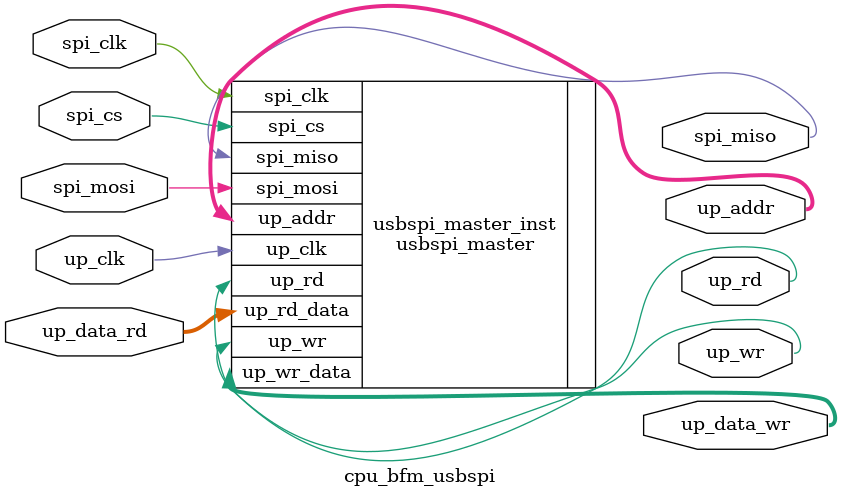
<source format=v>
/*
 * File   : cpu_bfm_usbspi.v
 * Date   : 20140102
 * Author : Bibo Yang, ash_riple@hotmail.com
 *
 */

`timescale 1 ns/ 1 ns
module cpu_bfm_usbspi (
    input  wire spi_cs,
    input  wire spi_clk,
    input  wire spi_mosi,
    output wire spi_miso,

    input  wire         up_clk,
    output wire         up_wr,
    output wire         up_rd,
    output wire [31: 0] up_addr,
    output wire [31: 0] up_data_wr,
    input  wire [31: 0] up_data_rd
);

usbspi_master usbspi_master_inst (
    .spi_cs  (spi_cs),
    .spi_clk (spi_clk),
    .spi_mosi(spi_mosi),
    .spi_miso(spi_miso),

    .up_clk    (up_clk),
    .up_addr   (up_addr),
    .up_wr     (up_wr),
    .up_rd     (up_rd),
    .up_wr_data(up_data_wr),
    .up_rd_data(up_data_rd)
);

endmodule

</source>
